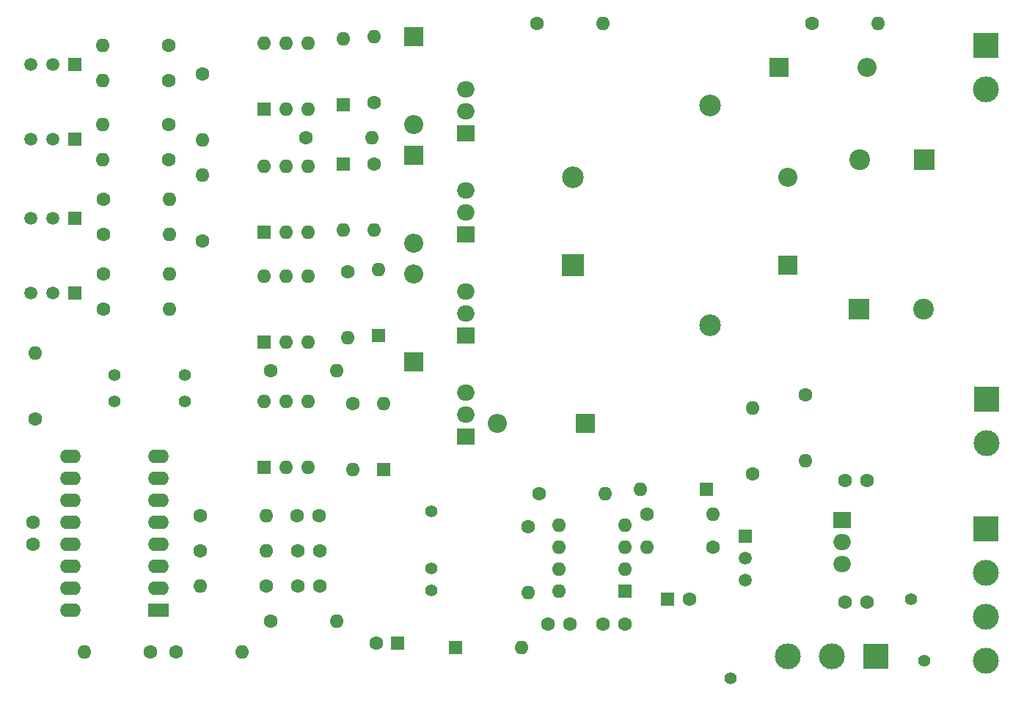
<source format=gbr>
%TF.GenerationSoftware,KiCad,Pcbnew,(6.0.7)*%
%TF.CreationDate,2023-11-05T23:43:59-03:00*%
%TF.ProjectId,Puente_H,5075656e-7465-45f4-982e-6b696361645f,v1*%
%TF.SameCoordinates,Original*%
%TF.FileFunction,Soldermask,Top*%
%TF.FilePolarity,Negative*%
%FSLAX46Y46*%
G04 Gerber Fmt 4.6, Leading zero omitted, Abs format (unit mm)*
G04 Created by KiCad (PCBNEW (6.0.7)) date 2023-11-05 23:43:59*
%MOMM*%
%LPD*%
G01*
G04 APERTURE LIST*
%ADD10R,3.000000X3.000000*%
%ADD11C,3.000000*%
%ADD12R,1.500000X1.500000*%
%ADD13C,1.500000*%
%ADD14R,1.600000X1.600000*%
%ADD15O,1.600000X1.600000*%
%ADD16C,1.600000*%
%ADD17C,1.400000*%
%ADD18R,2.400000X1.600000*%
%ADD19O,2.400000X1.600000*%
%ADD20R,2.200000X2.200000*%
%ADD21O,2.200000X2.200000*%
%ADD22R,2.400000X2.400000*%
%ADD23C,2.400000*%
%ADD24R,2.000000X1.905000*%
%ADD25O,2.000000X1.905000*%
%ADD26R,2.500000X2.500000*%
%ADD27C,2.500000*%
G04 APERTURE END LIST*
D10*
%TO.C,J14*%
X173658000Y-110837500D03*
D11*
X168578000Y-110837500D03*
X163498000Y-110837500D03*
%TD*%
D10*
%TO.C,J13*%
X186358000Y-96105500D03*
D11*
X186358000Y-101185500D03*
X186358000Y-106265500D03*
X186358000Y-111345500D03*
%TD*%
D10*
%TO.C,J4*%
X186358000Y-40225500D03*
D11*
X186358000Y-45305500D03*
%TD*%
D10*
%TO.C,J3*%
X186436000Y-81147500D03*
D11*
X186436000Y-86227500D03*
%TD*%
D12*
%TO.C,Q3*%
X158545000Y-96994500D03*
D13*
X158545000Y-99534500D03*
X158545000Y-102074500D03*
%TD*%
D14*
%TO.C,D4*%
X125144000Y-109821500D03*
D15*
X132764000Y-109821500D03*
%TD*%
D16*
%TO.C,R15*%
X115746000Y-53941500D03*
D15*
X115746000Y-61561500D03*
%TD*%
D16*
%TO.C,R10*%
X92018000Y-40225500D03*
D15*
X84398000Y-40225500D03*
%TD*%
D16*
%TO.C,C8*%
X109376000Y-94581500D03*
X106876000Y-94581500D03*
%TD*%
D17*
%TO.C,J7*%
X93902000Y-81373500D03*
%TD*%
D14*
%TO.C,D6*%
X112190000Y-47083500D03*
D15*
X112190000Y-39463500D03*
%TD*%
D14*
%TO.C,U3*%
X103061000Y-61805500D03*
D15*
X105601000Y-61805500D03*
X108141000Y-61805500D03*
X108141000Y-54185500D03*
X105601000Y-54185500D03*
X103061000Y-54185500D03*
%TD*%
%TO.C,U6*%
X103061000Y-81373500D03*
X105601000Y-81373500D03*
X108141000Y-81373500D03*
X108141000Y-88993500D03*
X105601000Y-88993500D03*
D14*
X103061000Y-88993500D03*
%TD*%
D18*
%TO.C,U4*%
X90849000Y-105488500D03*
D19*
X90849000Y-102948500D03*
X90849000Y-100408500D03*
X90849000Y-97868500D03*
X90849000Y-95328500D03*
X90849000Y-92788500D03*
X90849000Y-90248500D03*
X90849000Y-87708500D03*
X80689000Y-87708500D03*
X80689000Y-90248500D03*
X80689000Y-92788500D03*
X80689000Y-95328500D03*
X80689000Y-97868500D03*
X80689000Y-100408500D03*
X80689000Y-102948500D03*
X80689000Y-105488500D03*
%TD*%
D20*
%TO.C,D1*%
X163498000Y-65625500D03*
D21*
X163498000Y-55465500D03*
%TD*%
D17*
%TO.C,J10*%
X179246000Y-111345500D03*
%TD*%
D14*
%TO.C,D12*%
X116810000Y-89247500D03*
D15*
X116810000Y-81627500D03*
%TD*%
D17*
%TO.C,J12*%
X177722000Y-104233500D03*
%TD*%
D16*
%TO.C,R1*%
X165530000Y-80611500D03*
D15*
X165530000Y-88231500D03*
%TD*%
D22*
%TO.C,C3*%
X179246000Y-53433500D03*
D23*
X171746000Y-53433500D03*
%TD*%
D14*
%TO.C,D3*%
X154100000Y-91533500D03*
D15*
X146480000Y-91533500D03*
%TD*%
D16*
%TO.C,C9*%
X109441000Y-98645500D03*
X106941000Y-98645500D03*
%TD*%
%TO.C,R8*%
X133526000Y-95851500D03*
D15*
X133526000Y-103471500D03*
%TD*%
D16*
%TO.C,R7*%
X92018000Y-53433500D03*
D15*
X84398000Y-53433500D03*
%TD*%
D16*
%TO.C,R23*%
X95680000Y-94581500D03*
D15*
X103300000Y-94581500D03*
%TD*%
D16*
%TO.C,R18*%
X95680000Y-98645500D03*
D15*
X103300000Y-98645500D03*
%TD*%
D14*
%TO.C,U1*%
X144692000Y-103334500D03*
D15*
X144692000Y-100794500D03*
X144692000Y-98254500D03*
X144692000Y-95714500D03*
X137072000Y-95714500D03*
X137072000Y-98254500D03*
X137072000Y-100794500D03*
X137072000Y-103334500D03*
%TD*%
D16*
%TO.C,R4*%
X166292000Y-37685500D03*
D15*
X173912000Y-37685500D03*
%TD*%
D22*
%TO.C,C2*%
X171669245Y-70705500D03*
D23*
X179169245Y-70705500D03*
%TD*%
D16*
%TO.C,R29*%
X84504000Y-62069500D03*
D15*
X92124000Y-62069500D03*
%TD*%
D16*
%TO.C,R2*%
X159434000Y-89755500D03*
D15*
X159434000Y-82135500D03*
%TD*%
D16*
%TO.C,R11*%
X92018000Y-49369500D03*
D15*
X84398000Y-49369500D03*
%TD*%
D16*
%TO.C,R6*%
X92018000Y-44289500D03*
D15*
X84398000Y-44289500D03*
%TD*%
D16*
%TO.C,R17*%
X92886000Y-110329500D03*
D15*
X100506000Y-110329500D03*
%TD*%
D16*
%TO.C,R24*%
X112698000Y-66387500D03*
D15*
X112698000Y-74007500D03*
%TD*%
D16*
%TO.C,R25*%
X113254000Y-81627500D03*
D15*
X113254000Y-89247500D03*
%TD*%
D16*
%TO.C,R3*%
X134542000Y-37685500D03*
D15*
X142162000Y-37685500D03*
%TD*%
D16*
%TO.C,R19*%
X103808000Y-106773500D03*
D15*
X111428000Y-106773500D03*
%TD*%
D12*
%TO.C,Q2*%
X81202000Y-51041500D03*
D13*
X78662000Y-51041500D03*
X76122000Y-51041500D03*
%TD*%
D24*
%TO.C,Q7*%
X126343000Y-85437500D03*
D25*
X126343000Y-82897500D03*
X126343000Y-80357500D03*
%TD*%
D17*
%TO.C,J2*%
X122350000Y-94073500D03*
%TD*%
%TO.C,J1*%
X122350000Y-103217500D03*
%TD*%
D16*
%TO.C,R14*%
X95934000Y-43527500D03*
D15*
X95934000Y-51147500D03*
%TD*%
D16*
%TO.C,R5*%
X134796000Y-92041500D03*
D15*
X142416000Y-92041500D03*
%TD*%
D17*
%TO.C,J8*%
X85774000Y-78325500D03*
%TD*%
D14*
%TO.C,D5*%
X112190000Y-53941500D03*
D15*
X112190000Y-61561500D03*
%TD*%
D20*
%TO.C,D8*%
X120318000Y-39209500D03*
D21*
X120318000Y-49369500D03*
%TD*%
D16*
%TO.C,R26*%
X95934000Y-62831500D03*
D15*
X95934000Y-55211500D03*
%TD*%
D14*
%TO.C,D11*%
X116254000Y-73753500D03*
D15*
X116254000Y-66133500D03*
%TD*%
D16*
%TO.C,R21*%
X89883000Y-110329500D03*
D15*
X82263000Y-110329500D03*
%TD*%
D17*
%TO.C,J11*%
X156894000Y-113377500D03*
%TD*%
D16*
%TO.C,R20*%
X103300000Y-102709500D03*
D15*
X95680000Y-102709500D03*
%TD*%
D12*
%TO.C,Q9*%
X81202000Y-60185500D03*
D13*
X78662000Y-60185500D03*
X76122000Y-60185500D03*
%TD*%
D20*
%TO.C,D9*%
X140130000Y-83913500D03*
D21*
X129970000Y-83913500D03*
%TD*%
D20*
%TO.C,D10*%
X120318000Y-76801500D03*
D21*
X120318000Y-66641500D03*
%TD*%
D12*
%TO.C,Q8*%
X81202000Y-68821500D03*
D13*
X78662000Y-68821500D03*
X76122000Y-68821500D03*
%TD*%
D17*
%TO.C,J5*%
X122350000Y-100677500D03*
%TD*%
%TO.C,J6*%
X85774000Y-81373500D03*
%TD*%
D16*
%TO.C,C12*%
X170122000Y-104614500D03*
X172622000Y-104614500D03*
%TD*%
D14*
%TO.C,C6*%
X118452379Y-109313500D03*
D16*
X115952379Y-109313500D03*
%TD*%
D24*
%TO.C,Q6*%
X126343000Y-73753500D03*
D25*
X126343000Y-71213500D03*
X126343000Y-68673500D03*
%TD*%
D17*
%TO.C,J9*%
X93902000Y-78325500D03*
%TD*%
D16*
%TO.C,R27*%
X103808000Y-77817500D03*
D15*
X111428000Y-77817500D03*
%TD*%
D14*
%TO.C,U7*%
X103061000Y-74505500D03*
D15*
X105601000Y-74505500D03*
X108141000Y-74505500D03*
X108141000Y-66885500D03*
X105601000Y-66885500D03*
X103061000Y-66885500D03*
%TD*%
D16*
%TO.C,R13*%
X107872000Y-50893500D03*
D15*
X115492000Y-50893500D03*
%TD*%
D16*
%TO.C,C10*%
X76376000Y-97863500D03*
X76376000Y-95363500D03*
%TD*%
%TO.C,R30*%
X84504000Y-66641500D03*
D15*
X92124000Y-66641500D03*
%TD*%
D14*
%TO.C,C5*%
X149615620Y-104233500D03*
D16*
X152115620Y-104233500D03*
%TD*%
D14*
%TO.C,U2*%
X103046000Y-47581500D03*
D15*
X105586000Y-47581500D03*
X108126000Y-47581500D03*
X108126000Y-39961500D03*
X105586000Y-39961500D03*
X103046000Y-39961500D03*
%TD*%
D24*
%TO.C,U5*%
X169772000Y-95089500D03*
D25*
X169772000Y-97629500D03*
X169772000Y-100169500D03*
%TD*%
D26*
%TO.C,T1*%
X138650000Y-65625500D03*
D27*
X138650000Y-55465500D03*
X154510000Y-72550500D03*
X154510000Y-47150500D03*
%TD*%
D24*
%TO.C,Q4*%
X126343000Y-50385500D03*
D25*
X126343000Y-47845500D03*
X126343000Y-45305500D03*
%TD*%
D16*
%TO.C,R16*%
X115746000Y-46829500D03*
D15*
X115746000Y-39209500D03*
%TD*%
D20*
%TO.C,D2*%
X162482000Y-42765500D03*
D21*
X172642000Y-42765500D03*
%TD*%
D16*
%TO.C,R22*%
X76630000Y-83405500D03*
D15*
X76630000Y-75785500D03*
%TD*%
D24*
%TO.C,Q5*%
X126343000Y-62069500D03*
D25*
X126343000Y-59529500D03*
X126343000Y-56989500D03*
%TD*%
D20*
%TO.C,D7*%
X120318000Y-52925500D03*
D21*
X120318000Y-63085500D03*
%TD*%
D16*
%TO.C,R31*%
X84504000Y-58005500D03*
D15*
X92124000Y-58005500D03*
%TD*%
D16*
%TO.C,C4*%
X142162000Y-107154500D03*
X144662000Y-107154500D03*
%TD*%
D15*
%TO.C,R28*%
X92124000Y-70705500D03*
D16*
X84504000Y-70705500D03*
%TD*%
%TO.C,C11*%
X170122000Y-90517500D03*
X172622000Y-90517500D03*
%TD*%
%TO.C,C1*%
X135812000Y-107154500D03*
X138312000Y-107154500D03*
%TD*%
%TO.C,R9*%
X154862000Y-98264500D03*
D15*
X147242000Y-98264500D03*
%TD*%
D12*
%TO.C,Q1*%
X81202000Y-42405500D03*
D13*
X78662000Y-42405500D03*
X76122000Y-42405500D03*
%TD*%
D16*
%TO.C,C7*%
X106941000Y-102709500D03*
X109441000Y-102709500D03*
%TD*%
%TO.C,R12*%
X147242000Y-94454500D03*
D15*
X154862000Y-94454500D03*
%TD*%
M02*

</source>
